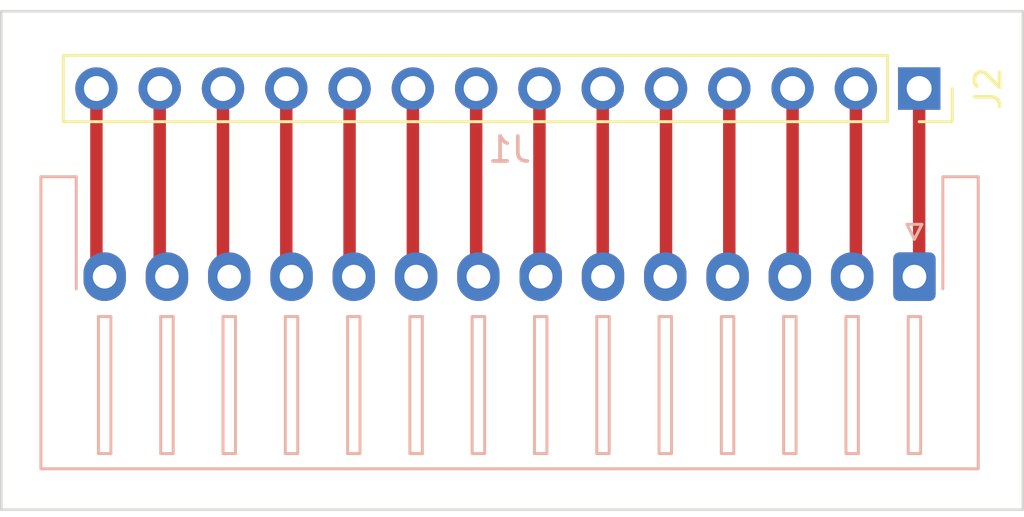
<source format=kicad_pcb>
(kicad_pcb (version 20221018) (generator pcbnew)
  (layers (0 "F.Cu" signal) (31 "B.Cu" signal) (34 "B.Paste" user) (35 "F.Paste" user) (36 "B.SilkS" user "B.Silkscreen") (37 "F.SilkS" user "F.Silkscreen") (38 "B.Mask" user) (39 "F.Mask" user) (44 "Edge.Cuts" user))
  (net 0 "")
  (net 1 "Net-(J1-Pin_1)")
  (net 2 "Net-(J1-Pin_2)")
  (net 3 "Net-(J1-Pin_3)")
  (net 4 "Net-(J1-Pin_4)")
  (net 5 "Net-(J1-Pin_5)")
  (net 6 "Net-(J1-Pin_6)")
  (net 7 "Net-(J1-Pin_7)")
  (net 8 "Net-(J1-Pin_8)")
  (net 9 "Net-(J1-Pin_9)")
  (net 10 "Net-(J1-Pin_10)")
  (net 11 "Net-(J1-Pin_11)")
  (net 12 "Net-(J1-Pin_12)")
  (net 13 "Net-(J1-Pin_13)")
  (net 14 "Net-(J1-Pin_14)")
  (footprint "Connector_PinSocket_2.54mm:PinSocket_1x14_P2.54mm_Vertical" (layer "F.Cu") (at 147.74 92.9 -90)
    (fp_text reference "J2" (at 0 -2.77 90) (layer "F.SilkS"))
    (fp_text value "toDisplay")
    (fp_line (start -1.33 1.27) (end -1.33 34.35) (stroke (width 0.12)) (layer "F.SilkS"))
    (fp_line (start -1.33 1.27) (end 1.33 1.27) (stroke (width 0.12)) (layer "F.SilkS"))
    (fp_line (start -1.33 34.35) (end 1.33 34.35) (stroke (width 0.12)) (layer "F.SilkS"))
    (fp_line (start 0 -1.33) (end 1.33 -1.33) (stroke (width 0.12)) (layer "F.SilkS"))
    (fp_line (start 1.33 -1.33) (end 1.33 0) (stroke (width 0.12)) (layer "F.SilkS"))
    (fp_line (start 1.33 1.27) (end 1.33 34.35) (stroke (width 0.12)) (layer "F.SilkS"))
    (pad "1" thru_hole rect (at 0 0 270) (size 1.7 1.7) (drill 1) (layers "*.Cu" "*.Mask") (net 1 "Net-(J1-Pin_1)"))
    (pad "2" thru_hole oval (at 0 2.54 270) (size 1.7 1.7) (drill 1) (layers "*.Cu" "*.Mask") (net 2 "Net-(J1-Pin_2)"))
    (pad "3" thru_hole oval (at 0 5.08 270) (size 1.7 1.7) (drill 1) (layers "*.Cu" "*.Mask") (net 3 "Net-(J1-Pin_3)"))
    (pad "4" thru_hole oval (at 0 7.62 270) (size 1.7 1.7) (drill 1) (layers "*.Cu" "*.Mask") (net 4 "Net-(J1-Pin_4)"))
    (pad "5" thru_hole oval (at 0 10.16 270) (size 1.7 1.7) (drill 1) (layers "*.Cu" "*.Mask") (net 5 "Net-(J1-Pin_5)"))
    (pad "6" thru_hole oval (at 0 12.7 270) (size 1.7 1.7) (drill 1) (layers "*.Cu" "*.Mask") (net 6 "Net-(J1-Pin_6)"))
    (pad "7" thru_hole oval (at 0 15.24 270) (size 1.7 1.7) (drill 1) (layers "*.Cu" "*.Mask") (net 7 "Net-(J1-Pin_7)"))
    (pad "8" thru_hole oval (at 0 17.78 270) (size 1.7 1.7) (drill 1) (layers "*.Cu" "*.Mask") (net 8 "Net-(J1-Pin_8)"))
    (pad "9" thru_hole oval (at 0 20.32 270) (size 1.7 1.7) (drill 1) (layers "*.Cu" "*.Mask") (net 9 "Net-(J1-Pin_9)"))
    (pad "10" thru_hole oval (at 0 22.86 270) (size 1.7 1.7) (drill 1) (layers "*.Cu" "*.Mask") (net 10 "Net-(J1-Pin_10)"))
    (pad "11" thru_hole oval (at 0 25.4 270) (size 1.7 1.7) (drill 1) (layers "*.Cu" "*.Mask") (net 11 "Net-(J1-Pin_11)"))
    (pad "12" thru_hole oval (at 0 27.94 270) (size 1.7 1.7) (drill 1) (layers "*.Cu" "*.Mask") (net 12 "Net-(J1-Pin_12)"))
    (pad "13" thru_hole oval (at 0 30.48 270) (size 1.7 1.7) (drill 1) (layers "*.Cu" "*.Mask") (net 13 "Net-(J1-Pin_13)"))
    (pad "14" thru_hole oval (at 0 33.02 270) (size 1.7 1.7) (drill 1) (layers "*.Cu" "*.Mask") (net 14 "Net-(J1-Pin_14)"))
  )
  (footprint "Connector_JST:JST_XH_S14B-XH-A-1_1x14_P2.50mm_Horizontal" (layer "B.Cu") (at 147.55 100.45 180)
    (fp_text reference "J1" (at 16.25 5.1) (layer "B.SilkS") (effects (justify mirror)))
    (fp_text value "fromCPU")
    (fp_line (start -2.56 -7.71) (end -2.56 4.01) (stroke (width 0.12)) (layer "B.SilkS"))
    (fp_line (start -2.56 4.01) (end -1.14 4.01) (stroke (width 0.12)) (layer "B.SilkS"))
    (fp_line (start -1.14 4.01) (end -1.14 -0.49) (stroke (width 0.12)) (layer "B.SilkS"))
    (fp_line (start -0.3 2.1) (end 0.3 2.1) (stroke (width 0.12)) (layer "B.SilkS"))
    (fp_line (start -0.25 -7.1) (end 0.25 -7.1) (stroke (width 0.12)) (layer "B.SilkS"))
    (fp_line (start -0.25 -1.6) (end -0.25 -7.1) (stroke (width 0.12)) (layer "B.SilkS"))
    (fp_line (start 0 1.5) (end -0.3 2.1) (stroke (width 0.12)) (layer "B.SilkS"))
    (fp_line (start 0.25 -7.1) (end 0.25 -1.6) (stroke (width 0.12)) (layer "B.SilkS"))
    (fp_line (start 0.25 -1.6) (end -0.25 -1.6) (stroke (width 0.12)) (layer "B.SilkS"))
    (fp_line (start 0.3 2.1) (end 0 1.5) (stroke (width 0.12)) (layer "B.SilkS"))
    (fp_line (start 2.25 -7.1) (end 2.75 -7.1) (stroke (width 0.12)) (layer "B.SilkS"))
    (fp_line (start 2.25 -1.6) (end 2.25 -7.1) (stroke (width 0.12)) (layer "B.SilkS"))
    (fp_line (start 2.75 -7.1) (end 2.75 -1.6) (stroke (width 0.12)) (layer "B.SilkS"))
    (fp_line (start 2.75 -1.6) (end 2.25 -1.6) (stroke (width 0.12)) (layer "B.SilkS"))
    (fp_line (start 4.75 -7.1) (end 5.25 -7.1) (stroke (width 0.12)) (layer "B.SilkS"))
    (fp_line (start 4.75 -1.6) (end 4.75 -7.1) (stroke (width 0.12)) (layer "B.SilkS"))
    (fp_line (start 5.25 -7.1) (end 5.25 -1.6) (stroke (width 0.12)) (layer "B.SilkS"))
    (fp_line (start 5.25 -1.6) (end 4.75 -1.6) (stroke (width 0.12)) (layer "B.SilkS"))
    (fp_line (start 7.25 -7.1) (end 7.75 -7.1) (stroke (width 0.12)) (layer "B.SilkS"))
    (fp_line (start 7.25 -1.6) (end 7.25 -7.1) (stroke (width 0.12)) (layer "B.SilkS"))
    (fp_line (start 7.75 -7.1) (end 7.75 -1.6) (stroke (width 0.12)) (layer "B.SilkS"))
    (fp_line (start 7.75 -1.6) (end 7.25 -1.6) (stroke (width 0.12)) (layer "B.SilkS"))
    (fp_line (start 9.75 -7.1) (end 10.25 -7.1) (stroke (width 0.12)) (layer "B.SilkS"))
    (fp_line (start 9.75 -1.6) (end 9.75 -7.1) (stroke (width 0.12)) (layer "B.SilkS"))
    (fp_line (start 10.25 -7.1) (end 10.25 -1.6) (stroke (width 0.12)) (layer "B.SilkS"))
    (fp_line (start 10.25 -1.6) (end 9.75 -1.6) (stroke (width 0.12)) (layer "B.SilkS"))
    (fp_line (start 12.25 -7.1) (end 12.75 -7.1) (stroke (width 0.12)) (layer "B.SilkS"))
    (fp_line (start 12.25 -1.6) (end 12.25 -7.1) (stroke (width 0.12)) (layer "B.SilkS"))
    (fp_line (start 12.75 -7.1) (end 12.75 -1.6) (stroke (width 0.12)) (layer "B.SilkS"))
    (fp_line (start 12.75 -1.6) (end 12.25 -1.6) (stroke (width 0.12)) (layer "B.SilkS"))
    (fp_line (start 14.75 -7.1) (end 15.25 -7.1) (stroke (width 0.12)) (layer "B.SilkS"))
    (fp_line (start 14.75 -1.6) (end 14.75 -7.1) (stroke (width 0.12)) (layer "B.SilkS"))
    (fp_line (start 15.25 -7.1) (end 15.25 -1.6) (stroke (width 0.12)) (layer "B.SilkS"))
    (fp_line (start 15.25 -1.6) (end 14.75 -1.6) (stroke (width 0.12)) (layer "B.SilkS"))
    (fp_line (start 16.25 -7.71) (end -2.56 -7.71) (stroke (width 0.12)) (layer "B.SilkS"))
    (fp_line (start 16.25 -7.71) (end 35.06 -7.71) (stroke (width 0.12)) (layer "B.SilkS"))
    (fp_line (start 17.25 -7.1) (end 17.75 -7.1) (stroke (width 0.12)) (layer "B.SilkS"))
    (fp_line (start 17.25 -1.6) (end 17.25 -7.1) (stroke (width 0.12)) (layer "B.SilkS"))
    (fp_line (start 17.75 -7.1) (end 17.75 -1.6) (stroke (width 0.12)) (layer "B.SilkS"))
    (fp_line (start 17.75 -1.6) (end 17.25 -1.6) (stroke (width 0.12)) (layer "B.SilkS"))
    (fp_line (start 19.75 -7.1) (end 20.25 -7.1) (stroke (width 0.12)) (layer "B.SilkS"))
    (fp_line (start 19.75 -1.6) (end 19.75 -7.1) (stroke (width 0.12)) (layer "B.SilkS"))
    (fp_line (start 20.25 -7.1) (end 20.25 -1.6) (stroke (width 0.12)) (layer "B.SilkS"))
    (fp_line (start 20.25 -1.6) (end 19.75 -1.6) (stroke (width 0.12)) (layer "B.SilkS"))
    (fp_line (start 22.25 -7.1) (end 22.75 -7.1) (stroke (width 0.12)) (layer "B.SilkS"))
    (fp_line (start 22.25 -1.6) (end 22.25 -7.1) (stroke (width 0.12)) (layer "B.SilkS"))
    (fp_line (start 22.75 -7.1) (end 22.75 -1.6) (stroke (width 0.12)) (layer "B.SilkS"))
    (fp_line (start 22.75 -1.6) (end 22.25 -1.6) (stroke (width 0.12)) (layer "B.SilkS"))
    (fp_line (start 24.75 -7.1) (end 25.25 -7.1) (stroke (width 0.12)) (layer "B.SilkS"))
    (fp_line (start 24.75 -1.6) (end 24.75 -7.1) (stroke (width 0.12)) (layer "B.SilkS"))
    (fp_line (start 25.25 -7.1) (end 25.25 -1.6) (stroke (width 0.12)) (layer "B.SilkS"))
    (fp_line (start 25.25 -1.6) (end 24.75 -1.6) (stroke (width 0.12)) (layer "B.SilkS"))
    (fp_line (start 27.25 -7.1) (end 27.75 -7.1) (stroke (width 0.12)) (layer "B.SilkS"))
    (fp_line (start 27.25 -1.6) (end 27.25 -7.1) (stroke (width 0.12)) (layer "B.SilkS"))
    (fp_line (start 27.75 -7.1) (end 27.75 -1.6) (stroke (width 0.12)) (layer "B.SilkS"))
    (fp_line (start 27.75 -1.6) (end 27.25 -1.6) (stroke (width 0.12)) (layer "B.SilkS"))
    (fp_line (start 29.75 -7.1) (end 30.25 -7.1) (stroke (width 0.12)) (layer "B.SilkS"))
    (fp_line (start 29.75 -1.6) (end 29.75 -7.1) (stroke (width 0.12)) (layer "B.SilkS"))
    (fp_line (start 30.25 -7.1) (end 30.25 -1.6) (stroke (width 0.12)) (layer "B.SilkS"))
    (fp_line (start 30.25 -1.6) (end 29.75 -1.6) (stroke (width 0.12)) (layer "B.SilkS"))
    (fp_line (start 32.25 -7.1) (end 32.75 -7.1) (stroke (width 0.12)) (layer "B.SilkS"))
    (fp_line (start 32.25 -1.6) (end 32.25 -7.1) (stroke (width 0.12)) (layer "B.SilkS"))
    (fp_line (start 32.75 -7.1) (end 32.75 -1.6) (stroke (width 0.12)) (layer "B.SilkS"))
    (fp_line (start 32.75 -1.6) (end 32.25 -1.6) (stroke (width 0.12)) (layer "B.SilkS"))
    (fp_line (start 33.64 4.01) (end 33.64 -0.49) (stroke (width 0.12)) (layer "B.SilkS"))
    (fp_line (start 35.06 -7.71) (end 35.06 4.01) (stroke (width 0.12)) (layer "B.SilkS"))
    (fp_line (start 35.06 4.01) (end 33.64 4.01) (stroke (width 0.12)) (layer "B.SilkS"))
    (pad "1" thru_hole roundrect (at 0 0 180) (size 1.7 1.95) (drill 0.95) (layers "*.Cu" "*.Mask") (roundrect_rratio 0.147059) (net 1 "Net-(J1-Pin_1)"))
    (pad "2" thru_hole oval (at 2.5 0 180) (size 1.7 1.95) (drill 0.95) (layers "*.Cu" "*.Mask") (net 2 "Net-(J1-Pin_2)"))
    (pad "3" thru_hole oval (at 5 0 180) (size 1.7 1.95) (drill 0.95) (layers "*.Cu" "*.Mask") (net 3 "Net-(J1-Pin_3)"))
    (pad "4" thru_hole oval (at 7.5 0 180) (size 1.7 1.95) (drill 0.95) (layers "*.Cu" "*.Mask") (net 4 "Net-(J1-Pin_4)"))
    (pad "5" thru_hole oval (at 10 0 180) (size 1.7 1.95) (drill 0.95) (layers "*.Cu" "*.Mask") (net 5 "Net-(J1-Pin_5)"))
    (pad "6" thru_hole oval (at 12.5 0 180) (size 1.7 1.95) (drill 0.95) (layers "*.Cu" "*.Mask") (net 6 "Net-(J1-Pin_6)"))
    (pad "7" thru_hole oval (at 15 0 180) (size 1.7 1.95) (drill 0.95) (layers "*.Cu" "*.Mask") (net 7 "Net-(J1-Pin_7)"))
    (pad "8" thru_hole oval (at 17.5 0 180) (size 1.7 1.95) (drill 0.95) (layers "*.Cu" "*.Mask") (net 8 "Net-(J1-Pin_8)"))
    (pad "9" thru_hole oval (at 20 0 180) (size 1.7 1.95) (drill 0.95) (layers "*.Cu" "*.Mask") (net 9 "Net-(J1-Pin_9)"))
    (pad "10" thru_hole oval (at 22.5 0 180) (size 1.7 1.95) (drill 0.95) (layers "*.Cu" "*.Mask") (net 10 "Net-(J1-Pin_10)"))
    (pad "11" thru_hole oval (at 25 0 180) (size 1.7 1.95) (drill 0.95) (layers "*.Cu" "*.Mask") (net 11 "Net-(J1-Pin_11)"))
    (pad "12" thru_hole oval (at 27.5 0 180) (size 1.7 1.95) (drill 0.95) (layers "*.Cu" "*.Mask") (net 12 "Net-(J1-Pin_12)"))
    (pad "13" thru_hole oval (at 30 0 180) (size 1.7 1.95) (drill 0.95) (layers "*.Cu" "*.Mask") (net 13 "Net-(J1-Pin_13)"))
    (pad "14" thru_hole oval (at 32.5 0 180) (size 1.7 1.95) (drill 0.95) (layers "*.Cu" "*.Mask") (net 14 "Net-(J1-Pin_14)"))
  )
  (gr_rect (start 110.9 89.8) (end 151.9 109.8) (stroke (width 0.1)) (fill none) (layer "Edge.Cuts"))
  (segment (start 147.74 100.26) (end 147.55 100.45) (width 0.5) (layer "F.Cu") (net 1))
  (segment (start 147.74 92.9) (end 147.74 100.26) (width 0.5) (layer "F.Cu") (net 1))
  (segment (start 145.2 100.3) (end 145.05 100.45) (width 0.5) (layer "F.Cu") (net 2))
  (segment (start 145.2 92.9) (end 145.2 100.3) (width 0.5) (layer "F.Cu") (net 2))
  (segment (start 142.66 92.9) (end 142.66 100.34) (width 0.5) (layer "F.Cu") (net 3))
  (segment (start 142.66 100.34) (end 142.55 100.45) (width 0.5) (layer "F.Cu") (net 3))
  (segment (start 140.12 92.9) (end 140.12 100.38) (width 0.5) (layer "F.Cu") (net 4))
  (segment (start 140.12 100.38) (end 140.05 100.45) (width 0.5) (layer "F.Cu") (net 4))
  (segment (start 137.58 92.9) (end 137.58 100.42) (width 0.5) (layer "F.Cu") (net 5))
  (segment (start 137.58 100.42) (end 137.55 100.45) (width 0.5) (layer "F.Cu") (net 5))
  (segment (start 135.04 92.9) (end 135.04 100.44) (width 0.5) (layer "F.Cu") (net 6))
  (segment (start 135.04 100.44) (end 135.05 100.45) (width 0.5) (layer "F.Cu") (net 6))
  (segment (start 132.5 100.4) (end 132.55 100.45) (width 0.5) (layer "F.Cu") (net 7))
  (segment (start 132.5 92.9) (end 132.5 100.4) (width 0.5) (layer "F.Cu") (net 7))
  (segment (start 129.96 92.9) (end 129.96 100.36) (width 0.5) (layer "F.Cu") (net 8))
  (segment (start 129.96 100.36) (end 130.05 100.45) (width 0.5) (layer "F.Cu") (net 8))
  (segment (start 127.42 92.9) (end 127.42 100.32) (width 0.5) (layer "F.Cu") (net 9))
  (segment (start 127.42 100.32) (end 127.55 100.45) (width 0.5) (layer "F.Cu") (net 9))
  (segment (start 124.88 100.28) (end 125.05 100.45) (width 0.5) (layer "F.Cu") (net 10))
  (segment (start 124.88 92.9) (end 124.88 100.28) (width 0.5) (layer "F.Cu") (net 10))
  (segment (start 122.34 92.9) (end 122.34 100.24) (width 0.5) (layer "F.Cu") (net 11))
  (segment (start 122.34 100.24) (end 122.55 100.45) (width 0.5) (layer "F.Cu") (net 11))
  (segment (start 119.8 100.2) (end 120.05 100.45) (width 0.5) (layer "F.Cu") (net 12))
  (segment (start 119.8 92.9) (end 119.8 100.2) (width 0.5) (layer "F.Cu") (net 12))
  (segment (start 117.26 100.16) (end 117.55 100.45) (width 0.5) (layer "F.Cu") (net 13))
  (segment (start 117.26 92.9) (end 117.26 100.16) (width 0.5) (layer "F.Cu") (net 13))
  (segment (start 114.72 100.12) (end 115.05 100.45) (width 0.5) (layer "F.Cu") (net 14))
  (segment (start 114.72 92.9) (end 114.72 100.12) (width 0.5) (layer "F.Cu") (net 14))
)
</source>
